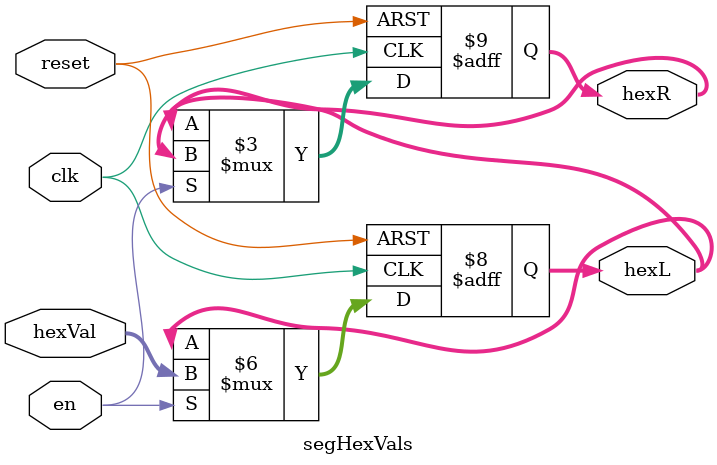
<source format=sv>

module segHexVals (input logic clk,
						 input logic en,
						 input logic reset,
						 input logic [3:0] hexVal,
						 output logic [3:0] hexL,
						 output logic [3:0] hexR);
						 
						 
	always_ff @(posedge clk, posedge reset)
		if (reset) 
			begin
				hexL <= 0;
				hexR <= 0;
			end
		else if (en) 
			begin
				hexL <= hexVal;
				hexR <= hexL;
			end
		else 
			begin
				hexL <= hexL;
				hexR <= hexR;
			end
endmodule 
			
</source>
